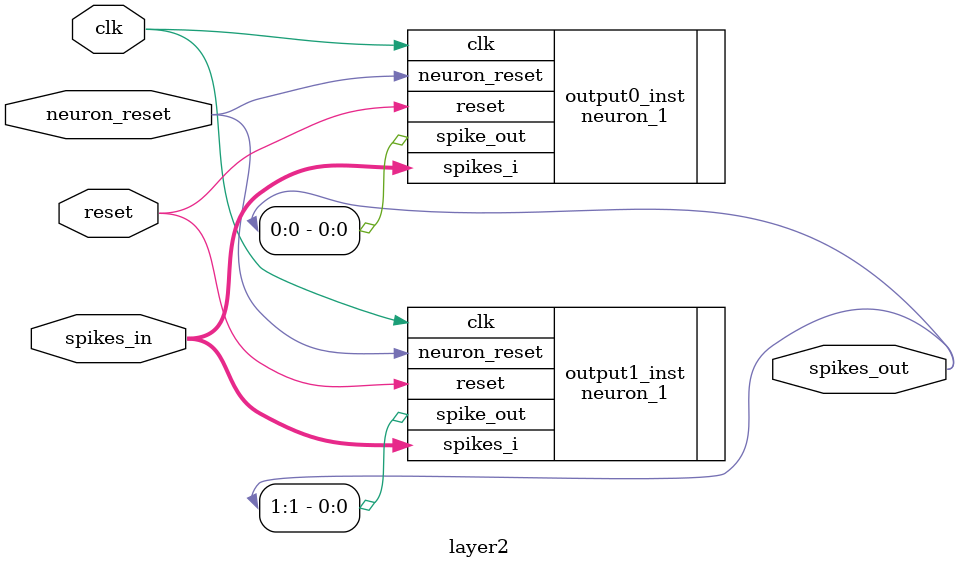
<source format=v>
`timescale 1ns / 1ps

module layer2 #(
  parameter NUM_INPUTS  = 7,
  parameter NUM_OUTPUTS = 2
)(
  input                      clk,
  input                      reset,
  
  input                      neuron_reset,
  input  [NUM_INPUTS - 1:0]  spikes_in,
  
  output [NUM_OUTPUTS - 1:0] spikes_out
);

  localparam integer v_th            = 256;

  neuron_1 #(
    .NUM_INPUTS   (7),
    .WEIGHTS      ({42, -222, 13, 2, 60, -101, 316, 8'd0}),
    .BIAS         (-59),
    .V_TH         (v_th)
  ) output0_inst (
    .clk          (clk),
    .reset        (reset),
    
    .spikes_i     (spikes_in),
    .neuron_reset (neuron_reset),
    
    .spike_out    (spikes_out[0])
  );  
  
  neuron_1 #(
    .NUM_INPUTS   (7),
    .WEIGHTS      ({-88, 8, -423, 82, -59, 16, -346, 8'd0}),
    .BIAS         (155),
    .V_TH         (v_th)
  ) output1_inst (
    .clk          (clk),
    .reset        (reset),
    
    .spikes_i     (spikes_in),
    .neuron_reset (neuron_reset),
    
    .spike_out    (spikes_out[1])
  );  


endmodule

</source>
